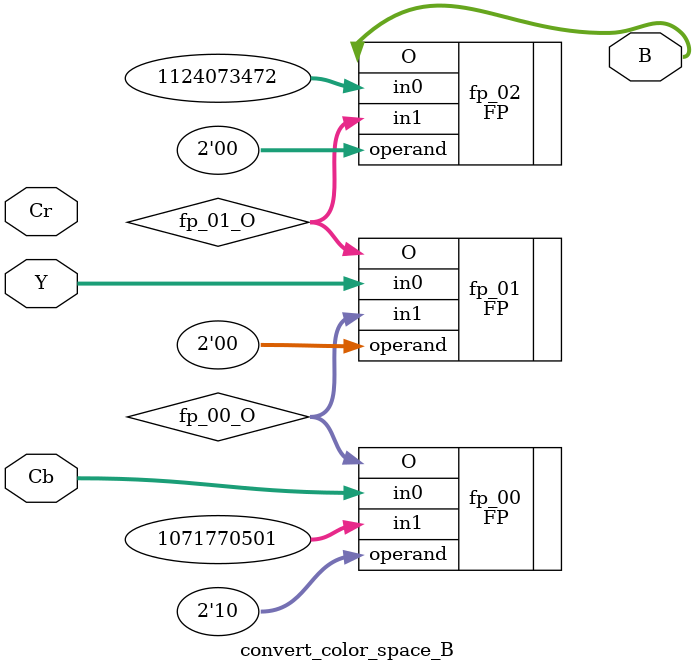
<source format=v>
/* 
|  R  |	 	| 1   0.000   1.400 |		(| Y  |   | 0    |)
|  G  | =	| 1  -0.343  -0.711	| * 	(| Cb | + | -128 |)	
|  B  |	 	| 1	  1.765   0.000 |		(| Cr |   | -128 |)

|  R |	 	| 32'h3F800000   32'h00000000  32'h3FB33333 |	  (| Y  |   |32'h43000000	|)
|  G | = 	| 32'h3F800000   32'hBEAF9DB2  32'hBF360419 |  *  (| Cb | + 				|)
|  B |	 	| 32'h3F800000	 32'h3FE1EB85  32'h00000000 |	  (| Cr |   				|)
//tinh luon chuan hoa
 */
 //====================================================================================================//
`timescale 1ps/1ps
module	convert_color_space_R	(R, Y, Cb, Cr);
output	[31:0]	R;
input	[31:0]	Y, Cb, Cr;
wire	[31:0]	fp_00_O, fp_01_O;


FP	fp_00	(.O(fp_00_O) , .in0(Cr) , .in1(32'h3FB33333), .operand(2'h2));
FP	fp_01	(.O(fp_01_O) , .in0(Y) , .in1(fp_00_O), .operand(2'h0));
FP	fp_02	(.O(R), .in0(32'h43000000) , .in1(fp_01_O), .operand(2'h0));

endmodule
 //====================================================================================================//
module	convert_color_space_G	(G, Y, Cb, Cr);
output	[31:0]	G;
input	[31:0]	Y, Cb, Cr;
wire	[31:0]	fp_00_O, fp_01_O, fp_02_O, fp_03_O;

FP	fp_00	(.O(fp_00_O) , .in0(Cb) , .in1(32'hBEAF9DB2), .operand(2'h2));
FP	fp_01	(.O(fp_01_O) , .in0(Cr) , .in1(32'hBF360419), .operand(2'h2));
FP	fp_02	(.O(fp_02_O) , .in0(Y) , .in1(fp_00_O), .operand(2'h0));
FP	fp_03	(.O(fp_03_O) , .in0(fp_01_O) , .in1(fp_02_O), .operand(2'h0));
FP	fp_04	(.O(G), .in0(32'h43000000) , .in1(fp_03_O), .operand(2'h0));

endmodule
//====================================================================================================//
module	convert_color_space_B	(B, Y, Cb, Cr);
output	[31:0]	B;
input	[31:0]	Y, Cb, Cr;
wire	[31:0]	fp_00_O, fp_01_O;

FP	fp_00	(.O(fp_00_O) , .in0(Cb) , .in1(32'h3FE1EB85), .operand(2'h2));
FP	fp_01	(.O(fp_01_O) , .in0(Y) , .in1(fp_00_O), .operand(2'h0));
FP	fp_02	(.O(B), .in0(32'h43000000) , .in1(fp_01_O), .operand(2'h0));

endmodule
//====================================================================================================//
/*module control_convert_YCbCr_to_RGB		(en_mem_RGB, clk);
output	reg	en_mem_RGB;
input	clk;

reg		[31:0]	state;

initial begin
	state = 32'b0;
	en_mem_YCbCr = 1'b0;
end

always @(posedge clk) begin
	if (state == 32'hA9) begin
		en_mem_YCbCr = 1'b1;

	end
	else begin
		state = state + 32'b1;
	end
end

endmodule*/
</source>
